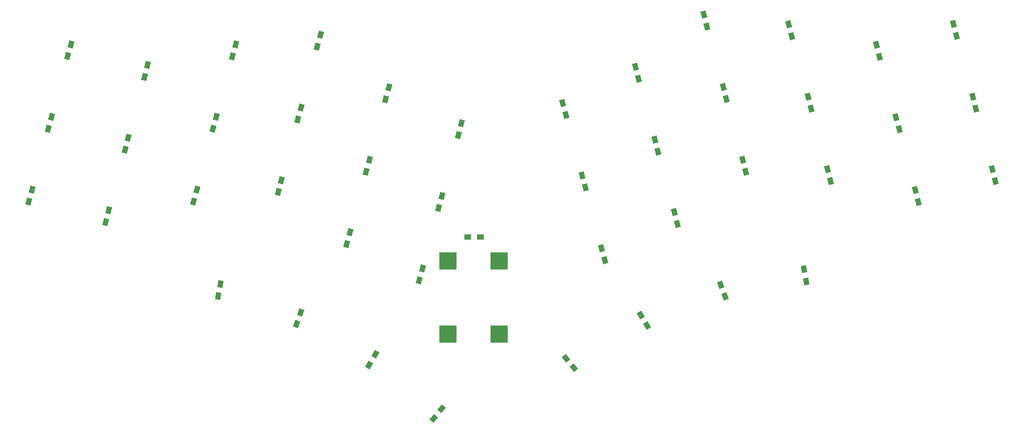
<source format=gtp>
G04 #@! TF.GenerationSoftware,KiCad,Pcbnew,(6.0.0)*
G04 #@! TF.CreationDate,2023-08-21T19:05:23+03:00*
G04 #@! TF.ProjectId,choctopus44,63686f63-746f-4707-9573-34342e6b6963,1.0 Prototype*
G04 #@! TF.SameCoordinates,Original*
G04 #@! TF.FileFunction,Paste,Top*
G04 #@! TF.FilePolarity,Positive*
%FSLAX46Y46*%
G04 Gerber Fmt 4.6, Leading zero omitted, Abs format (unit mm)*
G04 Created by KiCad (PCBNEW (6.0.0)) date 2023-08-21 19:05:23*
%MOMM*%
%LPD*%
G01*
G04 APERTURE LIST*
G04 Aperture macros list*
%AMRotRect*
0 Rectangle, with rotation*
0 The origin of the aperture is its center*
0 $1 length*
0 $2 width*
0 $3 Rotation angle, in degrees counterclockwise*
0 Add horizontal line*
21,1,$1,$2,0,0,$3*%
G04 Aperture macros list end*
%ADD10RotRect,1.600000X1.200000X255.000000*%
%ADD11RotRect,1.600000X1.200000X285.000000*%
%ADD12RotRect,1.600000X1.200000X260.000000*%
%ADD13RotRect,1.600000X1.200000X250.000000*%
%ADD14RotRect,1.600000X1.200000X240.000000*%
%ADD15RotRect,1.600000X1.200000X310.000000*%
%ADD16RotRect,1.600000X1.200000X300.000000*%
%ADD17R,4.000000X4.000000*%
%ADD18RotRect,1.600000X1.200000X290.000000*%
%ADD19RotRect,1.600000X1.200000X280.000000*%
%ADD20R,1.600000X1.200000*%
%ADD21RotRect,1.600000X1.200000X230.000000*%
G04 APERTURE END LIST*
D10*
X52651779Y-74938786D03*
X53376473Y-72234194D03*
X70067041Y-79654571D03*
X70791735Y-76949979D03*
X89980901Y-74972361D03*
X90705595Y-72267769D03*
X109197154Y-72790867D03*
X109921848Y-70086275D03*
X141156570Y-92860685D03*
X141881264Y-90156093D03*
X48250531Y-91397824D03*
X48975225Y-88693232D03*
X65635908Y-96110994D03*
X66360602Y-93406402D03*
X85580525Y-91421437D03*
X86305219Y-88716845D03*
X104794163Y-89269828D03*
X105518857Y-86565236D03*
X136745360Y-109318851D03*
X137470054Y-106614259D03*
X43836707Y-107885875D03*
X44561401Y-105181283D03*
X61265417Y-112562684D03*
X61990111Y-109858092D03*
X81167572Y-107899527D03*
X81892266Y-105194935D03*
X100374980Y-105757411D03*
X101099674Y-103052819D03*
X132343241Y-125787851D03*
X133067935Y-123083259D03*
D11*
X165565309Y-88260603D03*
X164840615Y-85556011D03*
X182035347Y-80084030D03*
X181310653Y-77379438D03*
X216740978Y-70372279D03*
X216016284Y-67667687D03*
X236654837Y-75054489D03*
X235930143Y-72349897D03*
X254070100Y-70338704D03*
X253345406Y-67634112D03*
X169976518Y-104718769D03*
X169251824Y-102014177D03*
X186425761Y-96533977D03*
X185701067Y-93829385D03*
X221141354Y-86821355D03*
X220416660Y-84116763D03*
X241085971Y-91510912D03*
X240361277Y-88806320D03*
X258471348Y-86797742D03*
X257746654Y-84093150D03*
X174382347Y-121192296D03*
X173657653Y-118487704D03*
X190824394Y-112963129D03*
X190099700Y-110258537D03*
X225554306Y-103299445D03*
X224829612Y-100594853D03*
X245456461Y-107962602D03*
X244731767Y-105258010D03*
X262885172Y-103285793D03*
X262160478Y-100581201D03*
D12*
X86756893Y-129378731D03*
X87243107Y-126621269D03*
D13*
X104521172Y-135664802D03*
X105478828Y-133033662D03*
D14*
X121000000Y-145000000D03*
X122400000Y-142575128D03*
D15*
X167393031Y-145584889D03*
X165593225Y-143439965D03*
D16*
X183950000Y-136047372D03*
X182550000Y-133622500D03*
D10*
X115897484Y-117563211D03*
X116622178Y-114858619D03*
X124686531Y-84684112D03*
X125411225Y-81979520D03*
X120296117Y-101134059D03*
X121020811Y-98429467D03*
D11*
X206341539Y-101157798D03*
X205616845Y-98453206D03*
X201927715Y-84669746D03*
X201203021Y-81965154D03*
X197524724Y-68190785D03*
X196800030Y-65486193D03*
D17*
X138860000Y-138000000D03*
X150460000Y-121400000D03*
X138860000Y-121400000D03*
X150460000Y-138000000D03*
D18*
X201623778Y-129466338D03*
X200666122Y-126835198D03*
D19*
X220000000Y-126000000D03*
X219513786Y-123242538D03*
D20*
X143350000Y-116000000D03*
X146150000Y-116000000D03*
D21*
X135600097Y-157072462D03*
X137399903Y-154927538D03*
M02*

</source>
